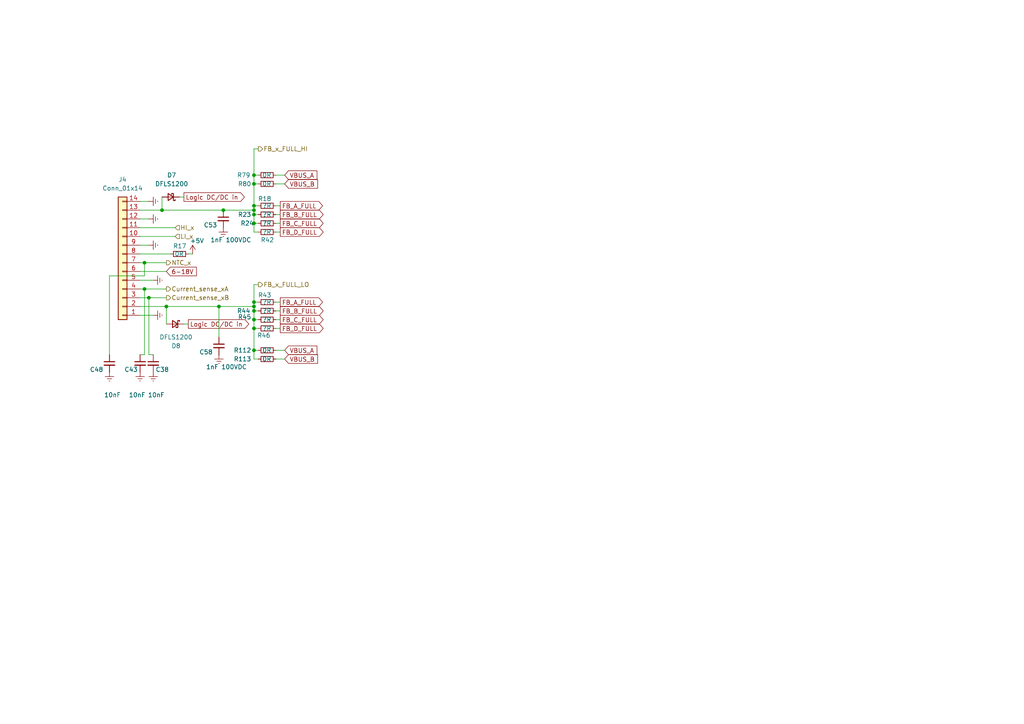
<source format=kicad_sch>
(kicad_sch (version 20231120) (generator "eeschema") (generator_version "8.0")
  (paper "A4")
  (lib_symbols
    (symbol "Connector_Generic:Conn_01x14" (pin_names (offset 1.016) hide)
      (property "Reference" "J" (at 0 17.78 0))
      (property "Value" "Conn_01x14" (at 0 -20.32 0))
      (symbol "Conn_01x14_1_1"
        (rectangle (start -1.27 -17.653) (end 0 -17.907) (stroke (width 0.1524)))
        (rectangle (start -1.27 -15.113) (end 0 -15.367) (stroke (width 0.1524)))
        (rectangle (start -1.27 -12.573) (end 0 -12.827) (stroke (width 0.1524)))
        (rectangle (start -1.27 -10.033) (end 0 -10.287) (stroke (width 0.1524)))
        (rectangle (start -1.27 -7.493) (end 0 -7.747) (stroke (width 0.1524)))
        (rectangle (start -1.27 -4.953) (end 0 -5.207) (stroke (width 0.1524)))
        (rectangle (start -1.27 -2.413) (end 0 -2.667) (stroke (width 0.1524)))
        (rectangle (start -1.27 0.127) (end 0 -0.127) (stroke (width 0.1524)))
        (rectangle (start -1.27 2.667) (end 0 2.413) (stroke (width 0.1524)))
        (rectangle (start -1.27 5.207) (end 0 4.953) (stroke (width 0.1524)))
        (rectangle (start -1.27 7.747) (end 0 7.493) (stroke (width 0.1524)))
        (rectangle (start -1.27 10.287) (end 0 10.033) (stroke (width 0.1524)))
        (rectangle (start -1.27 12.827) (end 0 12.573) (stroke (width 0.1524)))
        (rectangle (start -1.27 15.367) (end 0 15.113) (stroke (width 0.1524)))
        (rectangle (start -1.27 16.51) (end 1.27 -19.05) (stroke (width 0.254)) (fill (type background)))
        (pin passive line (at -5.08 15.24 0) (length 3.81) (name "Pin_1") (number "1"))
        (pin passive line (at -5.08 -7.62 0) (length 3.81) (name "Pin_10") (number "10"))
        (pin passive line (at -5.08 -10.16 0) (length 3.81) (name "Pin_11") (number "11"))
        (pin passive line (at -5.08 -12.7 0) (length 3.81) (name "Pin_12") (number "12"))
        (pin passive line (at -5.08 -15.24 0) (length 3.81) (name "Pin_13") (number "13"))
        (pin passive line (at -5.08 -17.78 0) (length 3.81) (name "Pin_14") (number "14"))
        (pin passive line (at -5.08 12.7 0) (length 3.81) (name "Pin_2") (number "2"))
        (pin passive line (at -5.08 10.16 0) (length 3.81) (name "Pin_3") (number "3"))
        (pin passive line (at -5.08 7.62 0) (length 3.81) (name "Pin_4") (number "4"))
        (pin passive line (at -5.08 5.08 0) (length 3.81) (name "Pin_5") (number "5"))
        (pin passive line (at -5.08 2.54 0) (length 3.81) (name "Pin_6") (number "6"))
        (pin passive line (at -5.08 0 0) (length 3.81) (name "Pin_7") (number "7"))
        (pin passive line (at -5.08 -2.54 0) (length 3.81) (name "Pin_8") (number "8"))
        (pin passive line (at -5.08 -5.08 0) (length 3.81) (name "Pin_9") (number "9"))
      )
    )
    (symbol "Device:C_Small" (pin_numbers hide) (pin_names (offset 0.254) hide)
      (property "Reference" "C" (at 0.254 1.778 0))
      (property "Value" "C_Small" (at 0.254 -2.032 0))
      (symbol "C_Small_0_1"
        (polyline (pts (xy -1.524 -0.508) (xy 1.524 -0.508)) (stroke (width 0.3302)))
        (polyline (pts (xy -1.524 0.508) (xy 1.524 0.508)) (stroke (width 0.3048)))
      )
      (symbol "C_Small_1_1"
        (pin passive line (at 0 2.54 270) (length 2.032) (name "~") (number "1"))
        (pin passive line (at 0 -2.54 90) (length 2.032) (name "~") (number "2"))
      )
    )
    (symbol "Device:D_Schottky_Small" (pin_numbers hide) (pin_names (offset 0.254) hide)
      (property "Reference" "D" (at -1.27 2.032 0))
      (property "Value" "D_Schottky_Small" (at -7.112 -2.032 0))
      (symbol "D_Schottky_Small_0_1"
        (polyline (pts (xy -0.762 0) (xy 0.762 0)))
        (polyline (pts (xy 0.762 -1.016) (xy -0.762 0) (xy 0.762 1.016) (xy 0.762 -1.016)) (stroke (width 0.254)))
        (polyline (pts (xy -1.27 0.762) (xy -1.27 1.016) (xy -0.762 1.016) (xy -0.762 -1.016) (xy -0.254 -1.016) (xy -0.254 -0.762)) (stroke (width 0.254)))
      )
      (symbol "D_Schottky_Small_1_1"
        (pin passive line (at -2.54 0 0) (length 1.778) (name "K") (number "1"))
        (pin passive line (at 2.54 0 180) (length 1.778) (name "A") (number "2"))
      )
    )
    (symbol "Device:R_Small" (pin_numbers hide) (pin_names (offset 0.254) hide)
      (property "Reference" "R" (at 0.762 0.508 0))
      (property "Value" "R_Small" (at 0.762 -1.016 0))
      (symbol "R_Small_0_1"
        (rectangle (start -0.762 1.778) (end 0.762 -1.778) (stroke (width 0.2032)))
      )
      (symbol "R_Small_1_1"
        (pin passive line (at 0 2.54 270) (length 0.762) (name "~") (number "1"))
        (pin passive line (at 0 -2.54 90) (length 0.762) (name "~") (number "2"))
      )
    )
    (symbol "power:+5V" (power) (pin_names (offset 0))
      (property "Value" "+5V" (at 0 3.556 0))
      (symbol "+5V_0_1"
        (polyline (pts (xy -0.762 1.27) (xy 0 2.54)))
        (polyline (pts (xy 0 0) (xy 0 2.54)))
        (polyline (pts (xy 0 2.54) (xy 0.762 1.27)))
      )
      (symbol "+5V_1_1"
        (pin power_in line (at 0 0 90) (length 0) hide (name "+5V") (number "1"))
      )
    )
    (symbol "power:Earth" (power) (pin_numbers hide) (pin_names (offset 0) hide)
      (property "Value" "Earth" (at 0 -3.81 0))
      (symbol "Earth_0_1"
        (polyline (pts (xy -0.635 -1.905) (xy 0.635 -1.905)))
        (polyline (pts (xy -0.127 -2.54) (xy 0.127 -2.54)))
        (polyline (pts (xy 0 -1.27) (xy 0 0)))
        (polyline (pts (xy 1.27 -1.27) (xy -1.27 -1.27)))
      )
      (symbol "Earth_1_1"
        (pin power_in line (at 0 0 270) (length 0) (name "~") (number "1"))
      )
    )
  )
  (junction (at 48.26 88.9))
  (junction (at 46.99 60.96))
  (junction (at 73.66 92.71))
  (junction (at 73.66 59.69))
  (junction (at 73.66 87.63))
  (junction (at 73.66 95.25))
  (junction (at 73.66 64.77))
  (junction (at 73.66 101.6))
  (junction (at 41.91 83.82))
  (junction (at 73.66 62.23))
  (junction (at 43.18 86.36))
  (junction (at 73.66 90.17))
  (junction (at 73.66 53.34))
  (junction (at 41.91 76.2))
  (junction (at 73.66 60.96))
  (junction (at 73.66 50.8))
  (junction (at 63.5 88.9))
  (junction (at 64.77 60.96))
  (junction (at 73.66 88.9))
  (wire (pts (xy 41.91 102.87) (xy 40.64 102.87)))
  (wire (pts (xy 41.91 80.01) (xy 31.75 80.01)))
  (wire (pts (xy 40.64 63.5) (xy 43.18 63.5)))
  (wire (pts (xy 73.66 64.77) (xy 73.66 62.23)))
  (wire (pts (xy 55.88 73.66) (xy 54.61 73.66)))
  (wire (pts (xy 80.01 101.6) (xy 82.55 101.6)))
  (wire (pts (xy 73.66 50.8) (xy 73.66 53.34)))
  (wire (pts (xy 41.91 76.2) (xy 48.26 76.2)))
  (wire (pts (xy 73.66 92.71) (xy 73.66 95.25)))
  (wire (pts (xy 40.64 88.9) (xy 48.26 88.9)))
  (wire (pts (xy 80.01 95.25) (xy 81.28 95.25)))
  (wire (pts (xy 73.66 59.69) (xy 73.66 60.96)))
  (wire (pts (xy 40.64 71.12) (xy 43.18 71.12)))
  (wire (pts (xy 40.64 76.2) (xy 41.91 76.2)))
  (wire (pts (xy 80.01 59.69) (xy 81.28 59.69)))
  (wire (pts (xy 48.26 88.9) (xy 63.5 88.9)))
  (wire (pts (xy 43.18 102.87) (xy 44.45 102.87)))
  (wire (pts (xy 74.93 92.71) (xy 73.66 92.71)))
  (wire (pts (xy 41.91 83.82) (xy 48.26 83.82)))
  (wire (pts (xy 40.64 91.44) (xy 44.45 91.44)))
  (wire (pts (xy 74.93 62.23) (xy 73.66 62.23)))
  (wire (pts (xy 73.66 43.18) (xy 73.66 50.8)))
  (wire (pts (xy 41.91 76.2) (xy 41.91 80.01)))
  (wire (pts (xy 53.34 93.98) (xy 54.61 93.98)))
  (wire (pts (xy 73.66 88.9) (xy 73.66 90.17)))
  (wire (pts (xy 40.64 58.42) (xy 43.18 58.42)))
  (wire (pts (xy 74.93 95.25) (xy 73.66 95.25)))
  (wire (pts (xy 80.01 64.77) (xy 81.28 64.77)))
  (wire (pts (xy 73.66 53.34) (xy 73.66 59.69)))
  (wire (pts (xy 80.01 92.71) (xy 81.28 92.71)))
  (wire (pts (xy 73.66 53.34) (xy 74.93 53.34)))
  (wire (pts (xy 73.66 92.71) (xy 73.66 90.17)))
  (wire (pts (xy 80.01 67.31) (xy 81.28 67.31)))
  (wire (pts (xy 52.07 57.15) (xy 53.34 57.15)))
  (wire (pts (xy 73.66 59.69) (xy 74.93 59.69)))
  (wire (pts (xy 63.5 88.9) (xy 63.5 97.79)))
  (wire (pts (xy 48.26 88.9) (xy 48.26 93.98)))
  (wire (pts (xy 40.64 83.82) (xy 41.91 83.82)))
  (wire (pts (xy 63.5 88.9) (xy 73.66 88.9)))
  (wire (pts (xy 80.01 104.14) (xy 82.55 104.14)))
  (wire (pts (xy 73.66 95.25) (xy 73.66 101.6)))
  (wire (pts (xy 73.66 101.6) (xy 74.93 101.6)))
  (wire (pts (xy 46.99 60.96) (xy 64.77 60.96)))
  (wire (pts (xy 40.64 73.66) (xy 49.53 73.66)))
  (wire (pts (xy 74.93 64.77) (xy 73.66 64.77)))
  (wire (pts (xy 40.64 66.04) (xy 50.8 66.04)))
  (wire (pts (xy 64.77 60.96) (xy 73.66 60.96)))
  (wire (pts (xy 73.66 60.96) (xy 73.66 62.23)))
  (wire (pts (xy 73.66 50.8) (xy 74.93 50.8)))
  (wire (pts (xy 40.64 68.58) (xy 50.8 68.58)))
  (wire (pts (xy 43.18 86.36) (xy 48.26 86.36)))
  (wire (pts (xy 46.99 57.15) (xy 46.99 60.96)))
  (wire (pts (xy 73.66 87.63) (xy 73.66 88.9)))
  (wire (pts (xy 40.64 78.74) (xy 48.26 78.74)))
  (wire (pts (xy 31.75 80.01) (xy 31.75 102.87)))
  (wire (pts (xy 81.28 62.23) (xy 80.01 62.23)))
  (wire (pts (xy 81.28 90.17) (xy 80.01 90.17)))
  (wire (pts (xy 74.93 43.18) (xy 73.66 43.18)))
  (wire (pts (xy 73.66 82.55) (xy 73.66 87.63)))
  (wire (pts (xy 80.01 50.8) (xy 82.55 50.8)))
  (wire (pts (xy 74.93 90.17) (xy 73.66 90.17)))
  (wire (pts (xy 74.93 67.31) (xy 73.66 67.31)))
  (wire (pts (xy 80.01 87.63) (xy 81.28 87.63)))
  (wire (pts (xy 41.91 83.82) (xy 41.91 102.87)))
  (wire (pts (xy 73.66 104.14) (xy 74.93 104.14)))
  (wire (pts (xy 74.93 82.55) (xy 73.66 82.55)))
  (wire (pts (xy 43.18 86.36) (xy 43.18 102.87)))
  (wire (pts (xy 80.01 53.34) (xy 82.55 53.34)))
  (wire (pts (xy 40.64 86.36) (xy 43.18 86.36)))
  (wire (pts (xy 40.64 81.28) (xy 44.45 81.28)))
  (wire (pts (xy 73.66 101.6) (xy 73.66 104.14)))
  (wire (pts (xy 40.64 60.96) (xy 46.99 60.96)))
  (wire (pts (xy 73.66 67.31) (xy 73.66 64.77)))
  (wire (pts (xy 73.66 87.63) (xy 74.93 87.63)))
  (global_label "VBUS_A" (shape input) (at 82.55 50.8 0) (property "Intersheetrefs" "${INTERSHEET_REFS}" (effects (hide yes))))
  (global_label "FB_B_FULL" (shape output) (at 81.28 62.23 0) (property "Intersheetrefs" "${INTERSHEET_REFS}" (effects (hide yes))))
  (global_label "FB_A_FULL" (shape output) (at 81.28 59.69 0) (property "Intersheetrefs" "${INTERSHEET_REFS}" (effects (hide yes))))
  (global_label "FB_D_FULL" (shape output) (at 81.28 67.31 0) (property "Intersheetrefs" "${INTERSHEET_REFS}" (effects (hide yes))))
  (global_label "FB_B_FULL" (shape output) (at 81.28 90.17 0) (property "Intersheetrefs" "${INTERSHEET_REFS}" (effects (hide yes))))
  (global_label "FB_C_FULL" (shape output) (at 81.28 92.71 0) (property "Intersheetrefs" "${INTERSHEET_REFS}" (effects (hide yes))))
  (global_label "VBUS_B" (shape input) (at 82.55 53.34 0) (property "Intersheetrefs" "${INTERSHEET_REFS}" (effects (hide yes))))
  (global_label "Logic DC{slash}DC in" (shape output) (at 53.34 57.15 0) (property "Intersheetrefs" "${INTERSHEET_REFS}" (effects (hide yes))))
  (global_label "FB_C_FULL" (shape output) (at 81.28 64.77 0) (property "Intersheetrefs" "${INTERSHEET_REFS}" (effects (hide yes))))
  (global_label "Logic DC{slash}DC in" (shape output) (at 54.61 93.98 0) (property "Intersheetrefs" "${INTERSHEET_REFS}" (effects (hide yes))))
  (global_label "FB_A_FULL" (shape output) (at 81.28 87.63 0) (property "Intersheetrefs" "${INTERSHEET_REFS}" (effects (hide yes))))
  (global_label "FB_D_FULL" (shape output) (at 81.28 95.25 0) (property "Intersheetrefs" "${INTERSHEET_REFS}" (effects (hide yes))))
  (global_label "6-18V" (shape input) (at 48.26 78.74 0) (property "Intersheetrefs" "${INTERSHEET_REFS}" (effects (hide yes))))
  (global_label "VBUS_B" (shape input) (at 82.55 104.14 0) (property "Intersheetrefs" "${INTERSHEET_REFS}" (effects (hide yes))))
  (global_label "VBUS_A" (shape input) (at 82.55 101.6 0) (property "Intersheetrefs" "${INTERSHEET_REFS}" (effects (hide yes))))
  (hierarchical_label "NTC_x" (shape output) (at 48.26 76.2 0))
  (hierarchical_label "Current_sense_xA" (shape output) (at 48.26 83.82 0))
  (hierarchical_label "FB_x_FULL_HI" (shape output) (at 74.93 43.18 0))
  (hierarchical_label "Current_sense_xB" (shape output) (at 48.26 86.36 0))
  (hierarchical_label "HI_x" (shape input) (at 50.8 66.04 0))
  (hierarchical_label "FB_x_FULL_LO" (shape output) (at 74.93 82.55 0))
  (hierarchical_label "LI_x" (shape input) (at 50.8 68.58 0))
  (symbol (lib_id "Device:R_Small") (at 77.47 53.34 90) (unit 1)
    (property "Reference" "R71" (at 72.898 53.34 90) (effects (justify left)))
    (property "Value" "0R" (at 78.74 53.34 90) (effects (justify left)))
    (property "Footprint" "Resistor_SMD:R_0805_2012Metric" (effects (hide yes)))
    (property "Description" "Resistor, small symbol" (effects (hide yes)))
    (instances (project "controller" (path "" (reference "R80") (unit 1)) (path "" (reference "R83") (unit 1)) (path "" (reference "R71") (unit 1)) (path "" (reference "R77") (unit 1)) (path "" (reference "R97") (unit 1))))
  )
  (symbol (lib_id "Device:R_Small") (at 77.47 90.17 90) (unit 1)
    (property "Reference" "R44" (at 72.644 90.17 90) (effects (justify left)))
    (property "Value" "?R" (at 78.74 90.17 90) (effects (justify left)))
    (property "Footprint" "Resistor_SMD:R_0805_2012Metric" (effects (hide yes)))
    (property "Description" "Resistor, small symbol" (effects (hide yes)))
    (instances (project "controller" (path "" (reference "R44") (unit 1)) (path "" (reference "R61") (unit 1)) (path "" (reference "R92") (unit 1)) (path "" (reference "R15") (unit 1)) (path "" (reference "R105") (unit 1))))
  )
  (symbol (lib_id "Device:R_Small") (at 77.47 104.14 90) (unit 1)
    (property "Reference" "R109" (at 72.898 104.14 90) (effects (justify left)))
    (property "Value" "0R" (at 78.74 104.14 90) (effects (justify left)))
    (property "Footprint" "Resistor_SMD:R_0805_2012Metric" (effects (hide yes)))
    (property "Description" "Resistor, small symbol" (effects (hide yes)))
    (instances (project "controller" (path "" (reference "R113") (unit 1)) (path "" (reference "R115") (unit 1)) (path "" (reference "R109") (unit 1)) (path "" (reference "R111") (unit 1)) (path "" (reference "R117") (unit 1))))
  )
  (symbol (lib_id "power:Earth") (at 64.77 66.04 0) (mirror y) (unit 1)
    (property "Reference" "#PWR0132" (effects (hide yes)))
    (property "Value" "Earth" (effects (hide yes)))
    (property "Description" "Power symbol creates a global label with name \"Earth\"" (effects (hide yes)))
    (instances (project "controller" (path "" (reference "#PWR0132") (unit 1)) (path "" (reference "#PWR0133") (unit 1)) (path "" (reference "#PWR0130") (unit 1)) (path "" (reference "#PWR0131") (unit 1)) (path "" (reference "#PWR0134") (unit 1))))
  )
  (symbol (lib_id "Device:R_Small") (at 77.47 95.25 90) (unit 1)
    (property "Reference" "R46" (at 78.486 97.282 90) (effects (justify left)))
    (property "Value" "?R" (at 78.74 95.25 90) (effects (justify left)))
    (property "Footprint" "Resistor_SMD:R_0805_2012Metric" (effects (hide yes)))
    (property "Description" "Resistor, small symbol" (effects (hide yes)))
    (instances (project "controller" (path "" (reference "R46") (unit 1)) (path "" (reference "R63") (unit 1)) (path "" (reference "R99") (unit 1)) (path "" (reference "R41") (unit 1)) (path "" (reference "R107") (unit 1))))
  )
  (symbol (lib_id "power:Earth") (at 43.18 58.42 90) (unit 1)
    (property "Reference" "#PWR027" (effects (hide yes)))
    (property "Value" "Earth" (effects (hide yes)))
    (instances (project "controller" (path "" (reference "#PWR027") (unit 1)) (path "" (reference "#PWR034") (unit 1)) (path "" (reference "#PWR096") (unit 1)) (path "" (reference "#PWR03") (unit 1)) (path "" (reference "#PWR019") (unit 1))))
  )
  (symbol (lib_id "Device:R_Small") (at 77.47 67.31 90) (unit 1)
    (property "Reference" "R42" (at 79.502 69.596 90) (effects (justify left)))
    (property "Value" "?R" (at 78.74 67.31 90) (effects (justify left)))
    (property "Footprint" "Resistor_SMD:R_0805_2012Metric" (effects (hide yes)))
    (property "Description" "Resistor, small symbol" (effects (hide yes)))
    (instances (project "controller" (path "" (reference "R42") (unit 1)) (path "" (reference "R55") (unit 1)) (path "" (reference "R89") (unit 1)) (path "" (reference "R13") (unit 1)) (path "" (reference "R103") (unit 1))))
  )
  (symbol (lib_id "Device:C_Small") (at 44.45 105.41 0) (unit 1)
    (property "Reference" "C38" (at 49.022 107.188 0) (effects (justify right)))
    (property "Value" "10nF" (at 47.752 114.554 0) (effects (justify right)))
    (property "Footprint" "Capacitor_SMD:C_0402_1005Metric" (effects (hide yes)))
    (property "Description" "Unpolarized capacitor, small symbol" (effects (hide yes)))
    (instances (project "controller" (path "" (reference "C38") (unit 1)) (path "" (reference "C39") (unit 1)) (path "" (reference "C33") (unit 1)) (path "" (reference "C35") (unit 1)) (path "" (reference "C40") (unit 1))))
  )
  (symbol (lib_id "power:Earth") (at 44.45 81.28 90) (unit 1)
    (property "Reference" "#PWR030" (effects (hide yes)))
    (property "Value" "Earth" (effects (hide yes)))
    (instances (project "controller" (path "" (reference "#PWR030") (unit 1)) (path "" (reference "#PWR0120") (unit 1)) (path "" (reference "#PWR0103") (unit 1)) (path "" (reference "#PWR022") (unit 1)) (path "" (reference "#PWR024") (unit 1))))
  )
  (symbol (lib_id "Device:D_Schottky_Small") (at 49.53 57.15 180) (unit 1) (exclude_from_sim yes)
    (property "Reference" "D7" (at 49.784 50.8 0))
    (property "Value" "DFLS1200" (at 49.784 53.34 0))
    (property "Footprint" "Diode_SMD:D_PowerDI-123" (effects (hide yes)))
    (property "Sim.Library" "/home/albin/hw-half-bridge/sim/Diodes/DFLS1200.spice.txt" (effects (hide yes)))
    (property "Sim.Name" "DI_DFLS1200" (effects (hide yes)))
    (property "Sim.Device" "D" (effects (hide yes)))
    (property "Sim.Pins" "1=K 2=A" (effects (hide yes)))
    (property "Sim.Params" "temp=50" (effects (hide yes)))
    (instances (project "controller" (path "" (reference "D7") (unit 1)) (path "" (reference "D9") (unit 1)) (path "" (reference "D1") (unit 1)) (path "" (reference "D5") (unit 1)) (path "" (reference "D3") (unit 1))))
  )
  (symbol (lib_id "Connector_Generic:Conn_01x14") (at 35.56 76.2 180) (unit 1)
    (property "Reference" "J4" (at 35.56 52.07 0))
    (property "Value" "Conn_01x14" (at 35.56 54.61 0))
    (property "Footprint" "Library:half_bridge_card" (effects (hide yes)))
    (property "Description" "Generic connector, single row, 01x14, script generated (kicad-library-utils/schlib/autogen/connector/)" (effects (hide yes)))
    (instances (project "controller" (path "" (reference "J4") (unit 1)) (path "" (reference "J5") (unit 1)) (path "" (reference "J1") (unit 1)) (path "" (reference "J3") (unit 1)) (path "" (reference "J2") (unit 1))))
  )
  (symbol (lib_id "Device:R_Small") (at 77.47 59.69 90) (unit 1)
    (property "Reference" "R18" (at 78.74 57.658 90) (effects (justify left)))
    (property "Value" "?R" (at 78.74 59.69 90) (effects (justify left)))
    (property "Footprint" "Resistor_SMD:R_0805_2012Metric" (effects (hide yes)))
    (property "Description" "Resistor, small symbol" (effects (hide yes)))
    (instances (project "controller" (path "" (reference "R18") (unit 1)) (path "" (reference "R52") (unit 1)) (path "" (reference "R86") (unit 1)) (path "" (reference "R6") (unit 1)) (path "" (reference "R100") (unit 1))))
  )
  (symbol (lib_id "Device:C_Small") (at 64.77 63.5 0) (unit 1)
    (property "Reference" "C53" (at 62.992 65.278 0) (effects (justify right)))
    (property "Value" "1nF 100VDC" (at 72.898 69.596 0) (effects (justify right)))
    (property "Footprint" "Capacitor_SMD:C_0603_1608Metric" (effects (hide yes)))
    (property "Description" "Unpolarized capacitor, small symbol" (effects (hide yes)))
    (instances (project "controller" (path "" (reference "C53") (unit 1)) (path "" (reference "C54") (unit 1)) (path "" (reference "C51") (unit 1)) (path "" (reference "C52") (unit 1)) (path "" (reference "C55") (unit 1))))
  )
  (symbol (lib_id "power:+5V") (at 55.88 73.66 0) (unit 1)
    (property "Reference" "#PWR032" (effects (hide yes)))
    (property "Value" "+5V" (at 57.15 69.85 0))
    (instances (project "controller" (path "" (reference "#PWR032") (unit 1)) (path "" (reference "#PWR0126") (unit 1)) (path "" (reference "#PWR0105") (unit 1)) (path "" (reference "#PWR025") (unit 1)) (path "" (reference "#PWR0107") (unit 1))))
  )
  (symbol (lib_id "Device:R_Small") (at 77.47 62.23 90) (unit 1)
    (property "Reference" "R23" (at 72.898 62.23 90) (effects (justify left)))
    (property "Value" "?R" (at 78.74 62.23 90) (effects (justify left)))
    (property "Footprint" "Resistor_SMD:R_0805_2012Metric" (effects (hide yes)))
    (property "Description" "Resistor, small symbol" (effects (hide yes)))
    (instances (project "controller" (path "" (reference "R23") (unit 1)) (path "" (reference "R53") (unit 1)) (path "" (reference "R87") (unit 1)) (path "" (reference "R8") (unit 1)) (path "" (reference "R101") (unit 1))))
  )
  (symbol (lib_id "Device:R_Small") (at 77.47 101.6 90) (unit 1)
    (property "Reference" "R108" (at 72.898 101.6 90) (effects (justify left)))
    (property "Value" "0R" (at 78.74 101.6 90) (effects (justify left)))
    (property "Footprint" "Resistor_SMD:R_0805_2012Metric" (effects (hide yes)))
    (property "Description" "Resistor, small symbol" (effects (hide yes)))
    (instances (project "controller" (path "" (reference "R112") (unit 1)) (path "" (reference "R114") (unit 1)) (path "" (reference "R108") (unit 1)) (path "" (reference "R110") (unit 1)) (path "" (reference "R116") (unit 1))))
  )
  (symbol (lib_id "power:Earth") (at 43.18 63.5 90) (unit 1)
    (property "Reference" "#PWR028" (effects (hide yes)))
    (property "Value" "Earth" (effects (hide yes)))
    (instances (project "controller" (path "" (reference "#PWR028") (unit 1)) (path "" (reference "#PWR035") (unit 1)) (path "" (reference "#PWR097") (unit 1)) (path "" (reference "#PWR05") (unit 1)) (path "" (reference "#PWR020") (unit 1))))
  )
  (symbol (lib_id "power:Earth") (at 44.45 107.95 0) (mirror y) (unit 1)
    (property "Reference" "#PWR0110" (effects (hide yes)))
    (property "Value" "Earth" (effects (hide yes)))
    (property "Description" "Power symbol creates a global label with name \"Earth\"" (effects (hide yes)))
    (instances (project "controller" (path "" (reference "#PWR0110") (unit 1)) (path "" (reference "#PWR0111") (unit 1)) (path "" (reference "#PWR092") (unit 1)) (path "" (reference "#PWR0100") (unit 1)) (path "" (reference "#PWR0112") (unit 1))))
  )
  (symbol (lib_id "power:Earth") (at 31.75 107.95 0) (mirror y) (unit 1)
    (property "Reference" "#PWR0127" (effects (hide yes)))
    (property "Value" "Earth" (effects (hide yes)))
    (property "Description" "Power symbol creates a global label with name \"Earth\"" (effects (hide yes)))
    (instances (project "controller" (path "" (reference "#PWR0127") (unit 1)) (path "" (reference "#PWR0128") (unit 1)) (path "" (reference "#PWR0118") (unit 1)) (path "" (reference "#PWR0124") (unit 1)) (path "" (reference "#PWR0129") (unit 1))))
  )
  (symbol (lib_id "Device:D_Schottky_Small") (at 50.8 93.98 0) (mirror y) (unit 1) (exclude_from_sim yes)
    (property "Reference" "D8" (at 51.054 100.33 0))
    (property "Value" "DFLS1200" (at 51.054 97.79 0))
    (property "Footprint" "Diode_SMD:D_PowerDI-123" (effects (hide yes)))
    (property "Sim.Library" "/home/albin/hw-half-bridge/sim/Diodes/DFLS1200.spice.txt" (effects (hide yes)))
    (property "Sim.Name" "DI_DFLS1200" (effects (hide yes)))
    (property "Sim.Device" "D" (effects (hide yes)))
    (property "Sim.Pins" "1=K 2=A" (effects (hide yes)))
    (property "Sim.Params" "temp=50" (effects (hide yes)))
    (instances (project "controller" (path "" (reference "D8") (unit 1)) (path "" (reference "D10") (unit 1)) (path "" (reference "D2") (unit 1)) (path "" (reference "D6") (unit 1)) (path "" (reference "D4") (unit 1))))
  )
  (symbol (lib_id "Device:R_Small") (at 77.47 92.71 90) (unit 1)
    (property "Reference" "R45" (at 72.898 91.948 90) (effects (justify left)))
    (property "Value" "?R" (at 78.74 92.71 90) (effects (justify left)))
    (property "Footprint" "Resistor_SMD:R_0805_2012Metric" (effects (hide yes)))
    (property "Description" "Resistor, small symbol" (effects (hide yes)))
    (instances (project "controller" (path "" (reference "R45") (unit 1)) (path "" (reference "R62") (unit 1)) (path "" (reference "R93") (unit 1)) (path "" (reference "R16") (unit 1)) (path "" (reference "R106") (unit 1))))
  )
  (symbol (lib_id "Device:R_Small") (at 77.47 50.8 90) (unit 1)
    (property "Reference" "R68" (at 72.644 50.8 90) (effects (justify left)))
    (property "Value" "0R" (at 78.74 50.8 90) (effects (justify left)))
    (property "Footprint" "Resistor_SMD:R_0805_2012Metric" (effects (hide yes)))
    (property "Description" "Resistor, small symbol" (effects (hide yes)))
    (instances (project "controller" (path "" (reference "R79") (unit 1)) (path "" (reference "R81") (unit 1)) (path "" (reference "R68") (unit 1)) (path "" (reference "R76") (unit 1)) (path "" (reference "R85") (unit 1))))
  )
  (symbol (lib_id "power:Earth") (at 63.5 102.87 0) (mirror y) (unit 1)
    (property "Reference" "#PWR0137" (effects (hide yes)))
    (property "Value" "Earth" (effects (hide yes)))
    (property "Description" "Power symbol creates a global label with name \"Earth\"" (effects (hide yes)))
    (instances (project "controller" (path "" (reference "#PWR0137") (unit 1)) (path "" (reference "#PWR0138") (unit 1)) (path "" (reference "#PWR0135") (unit 1)) (path "" (reference "#PWR0136") (unit 1)) (path "" (reference "#PWR0139") (unit 1))))
  )
  (symbol (lib_id "Device:C_Small") (at 63.5 100.33 0) (unit 1)
    (property "Reference" "C58" (at 61.722 102.108 0) (effects (justify right)))
    (property "Value" "1nF 100VDC" (at 71.628 106.426 0) (effects (justify right)))
    (property "Footprint" "Capacitor_SMD:C_0603_1608Metric" (effects (hide yes)))
    (property "Description" "Unpolarized capacitor, small symbol" (effects (hide yes)))
    (instances (project "controller" (path "" (reference "C58") (unit 1)) (path "" (reference "C59") (unit 1)) (path "" (reference "C56") (unit 1)) (path "" (reference "C57") (unit 1)) (path "" (reference "C60") (unit 1))))
  )
  (symbol (lib_id "Device:R_Small") (at 77.47 87.63 90) (unit 1)
    (property "Reference" "R43" (at 78.74 85.598 90) (effects (justify left)))
    (property "Value" "?R" (at 78.74 87.63 90) (effects (justify left)))
    (property "Footprint" "Resistor_SMD:R_0805_2012Metric" (effects (hide yes)))
    (property "Description" "Resistor, small symbol" (effects (hide yes)))
    (instances (project "controller" (path "" (reference "R43") (unit 1)) (path "" (reference "R56") (unit 1)) (path "" (reference "R91") (unit 1)) (path "" (reference "R14") (unit 1)) (path "" (reference "R104") (unit 1))))
  )
  (symbol (lib_id "Device:R_Small") (at 52.07 73.66 90) (mirror x) (unit 1)
    (property "Reference" "R17" (at 54.102 71.374 90) (effects (justify left)))
    (property "Value" "0R" (at 53.34 73.66 90) (effects (justify left)))
    (property "Footprint" "Resistor_SMD:R_0402_1005Metric" (effects (hide yes)))
    (property "Description" "Resistor, small symbol" (effects (hide yes)))
    (instances (project "controller" (path "" (reference "R17") (unit 1)) (path "" (reference "R51") (unit 1)) (path "" (reference "R84") (unit 1)) (path "" (reference "R5") (unit 1)) (path "" (reference "R90") (unit 1))))
  )
  (symbol (lib_id "power:Earth") (at 44.45 91.44 90) (unit 1)
    (property "Reference" "#PWR031" (effects (hide yes)))
    (property "Value" "Earth" (effects (hide yes)))
    (instances (project "controller" (path "" (reference "#PWR031") (unit 1)) (path "" (reference "#PWR0125") (unit 1)) (path "" (reference "#PWR0104") (unit 1)) (path "" (reference "#PWR023") (unit 1)) (path "" (reference "#PWR0106") (unit 1))))
  )
  (symbol (lib_id "Device:C_Small") (at 40.64 105.41 0) (mirror y) (unit 1)
    (property "Reference" "C43" (at 36.068 107.188 0) (effects (justify right)))
    (property "Value" "10nF" (at 37.338 114.554 0) (effects (justify right)))
    (property "Footprint" "Capacitor_SMD:C_0402_1005Metric" (effects (hide yes)))
    (property "Description" "Unpolarized capacitor, small symbol" (effects (hide yes)))
    (instances (project "controller" (path "" (reference "C43") (unit 1)) (path "" (reference "C44") (unit 1)) (path "" (reference "C41") (unit 1)) (path "" (reference "C42") (unit 1)) (path "" (reference "C45") (unit 1))))
  )
  (symbol (lib_id "power:Earth") (at 43.18 71.12 90) (unit 1)
    (property "Reference" "#PWR029" (effects (hide yes)))
    (property "Value" "Earth" (effects (hide yes)))
    (instances (project "controller" (path "" (reference "#PWR029") (unit 1)) (path "" (reference "#PWR0119") (unit 1)) (path "" (reference "#PWR0102") (unit 1)) (path "" (reference "#PWR07") (unit 1)) (path "" (reference "#PWR021") (unit 1))))
  )
  (symbol (lib_id "Device:R_Small") (at 77.47 64.77 90) (unit 1)
    (property "Reference" "R24" (at 73.66 64.77 90) (effects (justify left)))
    (property "Value" "?R" (at 78.74 64.77 90) (effects (justify left)))
    (property "Footprint" "Resistor_SMD:R_0805_2012Metric" (effects (hide yes)))
    (property "Description" "Resistor, small symbol" (effects (hide yes)))
    (instances (project "controller" (path "" (reference "R24") (unit 1)) (path "" (reference "R54") (unit 1)) (path "" (reference "R88") (unit 1)) (path "" (reference "R9") (unit 1)) (path "" (reference "R102") (unit 1))))
  )
  (symbol (lib_id "power:Earth") (at 40.64 107.95 0) (unit 1)
    (property "Reference" "#PWR0115" (effects (hide yes)))
    (property "Value" "Earth" (effects (hide yes)))
    (property "Description" "Power symbol creates a global label with name \"Earth\"" (effects (hide yes)))
    (instances (project "controller" (path "" (reference "#PWR0115") (unit 1)) (path "" (reference "#PWR0116") (unit 1)) (path "" (reference "#PWR0113") (unit 1)) (path "" (reference "#PWR0114") (unit 1)) (path "" (reference "#PWR0117") (unit 1))))
  )
  (symbol (lib_id "Device:C_Small") (at 31.75 105.41 0) (unit 1)
    (property "Reference" "C48" (at 29.972 107.188 0) (effects (justify right)))
    (property "Value" "10nF" (at 35.052 114.554 0) (effects (justify right)))
    (property "Footprint" "Capacitor_SMD:C_0402_1005Metric" (effects (hide yes)))
    (property "Description" "Unpolarized capacitor, small symbol" (effects (hide yes)))
    (instances (project "controller" (path "" (reference "C48") (unit 1)) (path "" (reference "C49") (unit 1)) (path "" (reference "C46") (unit 1)) (path "" (reference "C47") (unit 1)) (path "" (reference "C50") (unit 1))))
  )
)
</source>
